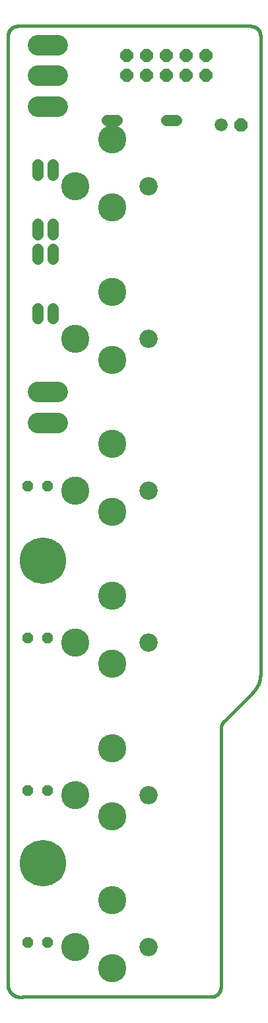
<source format=gbs>
G75*
%MOIN*%
%OFA0B0*%
%FSLAX25Y25*%
%IPPOS*%
%LPD*%
%AMOC8*
5,1,8,0,0,1.08239X$1,22.5*
%
%ADD10C,0.01600*%
%ADD11C,0.05600*%
%ADD12C,0.14243*%
%ADD13C,0.09258*%
%ADD14OC8,0.06600*%
%ADD15C,0.06600*%
%ADD16C,0.23400*%
%ADD17OC8,0.05600*%
%ADD18C,0.10439*%
%ADD19OC8,0.06400*%
D10*
X0002988Y0006924D02*
X0002988Y0486924D01*
X0002990Y0487063D01*
X0002996Y0487202D01*
X0003006Y0487341D01*
X0003019Y0487479D01*
X0003037Y0487617D01*
X0003058Y0487755D01*
X0003083Y0487892D01*
X0003112Y0488028D01*
X0003145Y0488163D01*
X0003182Y0488297D01*
X0003222Y0488431D01*
X0003266Y0488563D01*
X0003314Y0488693D01*
X0003366Y0488822D01*
X0003421Y0488950D01*
X0003479Y0489076D01*
X0003541Y0489201D01*
X0003607Y0489324D01*
X0003676Y0489445D01*
X0003748Y0489563D01*
X0003824Y0489680D01*
X0003903Y0489795D01*
X0003985Y0489907D01*
X0004070Y0490017D01*
X0004159Y0490125D01*
X0004250Y0490230D01*
X0004344Y0490332D01*
X0004441Y0490432D01*
X0004541Y0490529D01*
X0004643Y0490623D01*
X0004748Y0490714D01*
X0004856Y0490803D01*
X0004966Y0490888D01*
X0005078Y0490970D01*
X0005193Y0491049D01*
X0005310Y0491125D01*
X0005428Y0491197D01*
X0005549Y0491266D01*
X0005672Y0491332D01*
X0005797Y0491394D01*
X0005923Y0491452D01*
X0006051Y0491507D01*
X0006180Y0491559D01*
X0006310Y0491607D01*
X0006442Y0491651D01*
X0006576Y0491691D01*
X0006710Y0491728D01*
X0006845Y0491761D01*
X0006981Y0491790D01*
X0007118Y0491815D01*
X0007256Y0491836D01*
X0007394Y0491854D01*
X0007532Y0491867D01*
X0007671Y0491877D01*
X0007810Y0491883D01*
X0007949Y0491885D01*
X0007949Y0491884D02*
X0125488Y0491884D01*
X0125628Y0491882D01*
X0125768Y0491876D01*
X0125908Y0491866D01*
X0126048Y0491853D01*
X0126187Y0491835D01*
X0126326Y0491813D01*
X0126463Y0491788D01*
X0126601Y0491759D01*
X0126737Y0491726D01*
X0126872Y0491689D01*
X0127006Y0491648D01*
X0127139Y0491603D01*
X0127271Y0491555D01*
X0127401Y0491503D01*
X0127530Y0491448D01*
X0127657Y0491389D01*
X0127783Y0491326D01*
X0127907Y0491260D01*
X0128028Y0491191D01*
X0128148Y0491118D01*
X0128266Y0491041D01*
X0128381Y0490962D01*
X0128495Y0490879D01*
X0128605Y0490793D01*
X0128714Y0490704D01*
X0128820Y0490612D01*
X0128923Y0490517D01*
X0129024Y0490420D01*
X0129121Y0490319D01*
X0129216Y0490216D01*
X0129308Y0490110D01*
X0129397Y0490001D01*
X0129483Y0489891D01*
X0129566Y0489777D01*
X0129645Y0489662D01*
X0129722Y0489544D01*
X0129795Y0489424D01*
X0129864Y0489303D01*
X0129930Y0489179D01*
X0129993Y0489053D01*
X0130052Y0488926D01*
X0130107Y0488797D01*
X0130159Y0488667D01*
X0130207Y0488535D01*
X0130252Y0488402D01*
X0130293Y0488268D01*
X0130330Y0488133D01*
X0130363Y0487997D01*
X0130392Y0487859D01*
X0130417Y0487722D01*
X0130439Y0487583D01*
X0130457Y0487444D01*
X0130470Y0487304D01*
X0130480Y0487164D01*
X0130486Y0487024D01*
X0130488Y0486884D01*
X0130488Y0164424D01*
X0126221Y0155156D02*
X0112256Y0141192D01*
X0110488Y0136924D02*
X0110488Y0006924D01*
X0110486Y0006784D01*
X0110480Y0006644D01*
X0110470Y0006504D01*
X0110457Y0006364D01*
X0110439Y0006225D01*
X0110417Y0006086D01*
X0110392Y0005949D01*
X0110363Y0005811D01*
X0110330Y0005675D01*
X0110293Y0005540D01*
X0110252Y0005406D01*
X0110207Y0005273D01*
X0110159Y0005141D01*
X0110107Y0005011D01*
X0110052Y0004882D01*
X0109993Y0004755D01*
X0109930Y0004629D01*
X0109864Y0004505D01*
X0109795Y0004384D01*
X0109722Y0004264D01*
X0109645Y0004146D01*
X0109566Y0004031D01*
X0109483Y0003917D01*
X0109397Y0003807D01*
X0109308Y0003698D01*
X0109216Y0003592D01*
X0109121Y0003489D01*
X0109024Y0003388D01*
X0108923Y0003291D01*
X0108820Y0003196D01*
X0108714Y0003104D01*
X0108605Y0003015D01*
X0108495Y0002929D01*
X0108381Y0002846D01*
X0108266Y0002767D01*
X0108148Y0002690D01*
X0108028Y0002617D01*
X0107907Y0002548D01*
X0107783Y0002482D01*
X0107657Y0002419D01*
X0107530Y0002360D01*
X0107401Y0002305D01*
X0107271Y0002253D01*
X0107139Y0002205D01*
X0107006Y0002160D01*
X0106872Y0002119D01*
X0106737Y0002082D01*
X0106601Y0002049D01*
X0106463Y0002020D01*
X0106326Y0001995D01*
X0106187Y0001973D01*
X0106048Y0001955D01*
X0105908Y0001942D01*
X0105768Y0001932D01*
X0105628Y0001926D01*
X0105488Y0001924D01*
X0010488Y0001924D01*
X0010332Y0001895D01*
X0010175Y0001869D01*
X0010017Y0001848D01*
X0009860Y0001830D01*
X0009701Y0001817D01*
X0009543Y0001807D01*
X0009384Y0001802D01*
X0009225Y0001800D01*
X0009066Y0001802D01*
X0008907Y0001809D01*
X0008749Y0001819D01*
X0008590Y0001833D01*
X0008432Y0001851D01*
X0008275Y0001873D01*
X0008118Y0001899D01*
X0007962Y0001929D01*
X0007807Y0001963D01*
X0007652Y0002000D01*
X0007499Y0002042D01*
X0007347Y0002087D01*
X0007195Y0002136D01*
X0007046Y0002189D01*
X0006897Y0002245D01*
X0006750Y0002306D01*
X0006604Y0002370D01*
X0006461Y0002437D01*
X0006318Y0002508D01*
X0006178Y0002583D01*
X0006040Y0002661D01*
X0005903Y0002742D01*
X0005769Y0002827D01*
X0005637Y0002915D01*
X0005507Y0003006D01*
X0005379Y0003101D01*
X0005254Y0003199D01*
X0005131Y0003300D01*
X0005011Y0003404D01*
X0004893Y0003511D01*
X0004778Y0003620D01*
X0004666Y0003733D01*
X0004557Y0003848D01*
X0004450Y0003966D01*
X0004347Y0004087D01*
X0004246Y0004210D01*
X0004149Y0004336D01*
X0004055Y0004464D01*
X0003964Y0004594D01*
X0003877Y0004727D01*
X0003792Y0004862D01*
X0003711Y0004998D01*
X0003634Y0005137D01*
X0003560Y0005278D01*
X0003490Y0005420D01*
X0003423Y0005564D01*
X0003359Y0005710D01*
X0003300Y0005858D01*
X0003244Y0006006D01*
X0003192Y0006156D01*
X0003143Y0006308D01*
X0003099Y0006460D01*
X0003058Y0006614D01*
X0003021Y0006769D01*
X0002988Y0006924D01*
X0110488Y0136924D02*
X0110490Y0137077D01*
X0110496Y0137230D01*
X0110505Y0137382D01*
X0110519Y0137535D01*
X0110536Y0137687D01*
X0110558Y0137838D01*
X0110583Y0137989D01*
X0110612Y0138139D01*
X0110644Y0138288D01*
X0110681Y0138437D01*
X0110721Y0138584D01*
X0110765Y0138731D01*
X0110812Y0138876D01*
X0110864Y0139020D01*
X0110919Y0139163D01*
X0110977Y0139304D01*
X0111039Y0139444D01*
X0111105Y0139582D01*
X0111174Y0139719D01*
X0111246Y0139853D01*
X0111322Y0139986D01*
X0111402Y0140117D01*
X0111484Y0140246D01*
X0111570Y0140372D01*
X0111659Y0140497D01*
X0111751Y0140619D01*
X0111846Y0140738D01*
X0111944Y0140856D01*
X0112045Y0140970D01*
X0112149Y0141083D01*
X0112256Y0141192D01*
X0126220Y0155157D02*
X0126451Y0155375D01*
X0126676Y0155598D01*
X0126895Y0155827D01*
X0127109Y0156061D01*
X0127318Y0156301D01*
X0127521Y0156545D01*
X0127718Y0156793D01*
X0127909Y0157047D01*
X0128093Y0157305D01*
X0128272Y0157567D01*
X0128444Y0157833D01*
X0128610Y0158104D01*
X0128770Y0158378D01*
X0128923Y0158656D01*
X0129069Y0158937D01*
X0129209Y0159222D01*
X0129341Y0159510D01*
X0129467Y0159802D01*
X0129586Y0160096D01*
X0129698Y0160393D01*
X0129802Y0160692D01*
X0129900Y0160994D01*
X0129990Y0161298D01*
X0130073Y0161605D01*
X0130149Y0161913D01*
X0130218Y0162222D01*
X0130279Y0162534D01*
X0130332Y0162846D01*
X0130378Y0163160D01*
X0130417Y0163475D01*
X0130448Y0163791D01*
X0130472Y0164107D01*
X0130488Y0164424D01*
D11*
X0088088Y0444424D02*
X0082888Y0444424D01*
X0058088Y0444424D02*
X0052888Y0444424D01*
X0025488Y0422024D02*
X0025488Y0416824D01*
X0017988Y0416824D02*
X0017988Y0422024D01*
X0017988Y0392024D02*
X0017988Y0386824D01*
X0017988Y0379524D02*
X0017988Y0374324D01*
X0025488Y0374324D02*
X0025488Y0379524D01*
X0025488Y0386824D02*
X0025488Y0392024D01*
X0025488Y0349524D02*
X0025488Y0344324D01*
X0017988Y0344324D02*
X0017988Y0349524D01*
D12*
X0036984Y0334148D03*
X0055488Y0323518D03*
X0055488Y0357770D03*
X0055488Y0400290D03*
X0055488Y0434542D03*
X0036984Y0410920D03*
X0055488Y0280999D03*
X0055488Y0246747D03*
X0055488Y0204227D03*
X0055488Y0169975D03*
X0055488Y0127455D03*
X0055488Y0093203D03*
X0055488Y0050684D03*
X0055488Y0016432D03*
X0036984Y0027062D03*
X0036984Y0103833D03*
X0036984Y0180605D03*
X0036984Y0257377D03*
D13*
X0073992Y0257377D03*
X0073992Y0334148D03*
X0073992Y0410920D03*
X0073992Y0180605D03*
X0073992Y0103833D03*
X0073992Y0027062D03*
D14*
X0120488Y0441924D03*
D15*
X0110488Y0441924D03*
D16*
X0020488Y0221924D03*
X0020488Y0069424D03*
D17*
X0022988Y0106195D03*
X0012988Y0106195D03*
X0012988Y0182967D03*
X0022988Y0182967D03*
X0022988Y0259739D03*
X0012988Y0259739D03*
X0012988Y0029424D03*
X0022988Y0029424D03*
D18*
X0017969Y0291628D02*
X0028008Y0291628D01*
X0028008Y0307219D02*
X0017969Y0307219D01*
X0017969Y0451333D02*
X0028008Y0451333D01*
X0028008Y0466924D02*
X0017969Y0466924D01*
X0017969Y0482514D02*
X0028008Y0482514D01*
D19*
X0062988Y0476924D03*
X0062988Y0466924D03*
X0072988Y0466924D03*
X0072988Y0476924D03*
X0082988Y0476924D03*
X0082988Y0466924D03*
X0092988Y0466924D03*
X0092988Y0476924D03*
X0102988Y0476924D03*
X0102988Y0466924D03*
M02*

</source>
